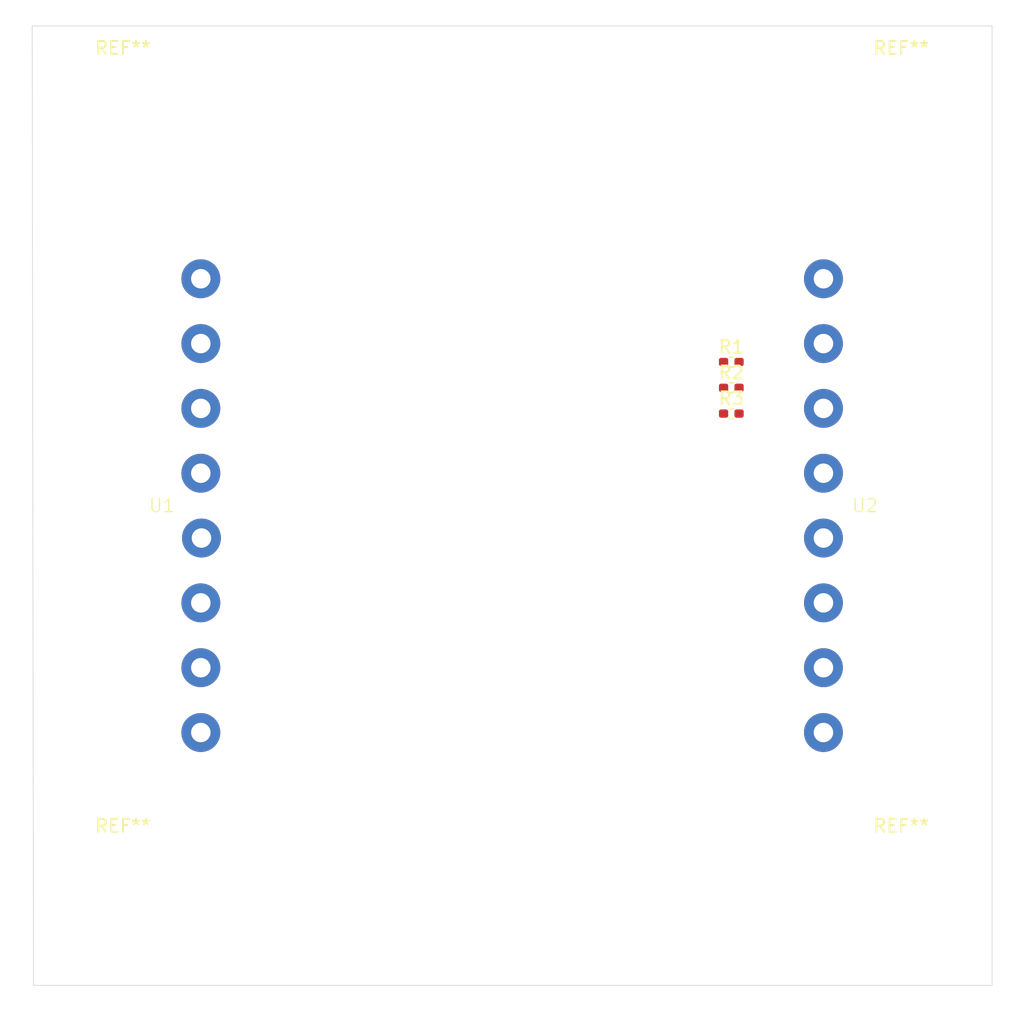
<source format=kicad_pcb>
(kicad_pcb (version 20240108) (generator "pcbnew") (generator_version "8.0")
  (layers (0 "F.Cu" signal) (31 "B.Cu" signal) (34 "B.Paste" user) (35 "F.Paste" user) (36 "B.SilkS" user "B.Silkscreen") (37 "F.SilkS" user "F.Silkscreen") (38 "B.Mask" user) (39 "F.Mask" user) (44 "Edge.Cuts" user))
  (net 0 "")
  (net 1 "Net-(R1-Pad2)")
  (net 2 "+3.3V")
  (net 3 "Net-(R2-Pad1)")
  (net 4 "Net-(R3-Pad2)")
  (footprint "Library:TOF_SEN19218" (layer "F.Cu") (at 94 60 -90)
    (property "Reference" "U2" (at 0 -3.2 0) (layer "F.SilkS") (effects (font (thickness 0.1))))
    (property "Value" "~" (hide yes))
    (pad "3.3" thru_hole circle (at -17.5 0 270) (size 3 3) (drill 1.5) (layers "*.Cu" "*.Mask"))
    (pad "EN" thru_hole circle (at -12.5 0 270) (size 3 3) (drill 1.5) (layers "*.Cu" "*.Mask"))
    (pad "GND" thru_hole circle (at 17.5 0 270) (size 3 3) (drill 1.5) (layers "*.Cu" "*.Mask"))
    (pad "GP0" thru_hole circle (at 7.5 0 270) (size 3 3) (drill 1.5) (layers "*.Cu" "*.Mask"))
    (pad "GP1" thru_hole circle (at 2.5 0 270) (size 3 3) (drill 1.5) (layers "*.Cu" "*.Mask"))
    (pad "INT" thru_hole circle (at 12.5 0 270) (size 3 3) (drill 1.5) (layers "*.Cu" "*.Mask"))
    (pad "SCL" thru_hole circle (at -2.5 0 270) (size 3 3) (drill 1.5) (layers "*.Cu" "*.Mask"))
    (pad "SDA" thru_hole circle (at -7.5 0 270) (size 3 3) (drill 1.5) (layers "*.Cu" "*.Mask"))
  )
  (footprint "Resistor_SMD:R_0402_1005Metric_Pad0.72x0.64mm_HandSolder" (layer "F.Cu") (at 86.8975 50.91)
    (property "Reference" "R2" (at 0 -1.17 0) (layer "F.SilkS"))
    (property "Value" "1K")
    (fp_line (start -0.167621 -0.38) (end 0.167621 -0.38) (stroke (width 0.12)) (layer "F.SilkS"))
    (fp_line (start -0.167621 0.38) (end 0.167621 0.38) (stroke (width 0.12)) (layer "F.SilkS"))
    (pad "1" smd roundrect (at -0.5975 0) (size 0.715 0.64) (layers "F.Cu" "F.Paste" "F.Mask") (net 3 "Net-(R2-Pad1)"))
    (pad "2" smd roundrect (at 0.5975 0) (size 0.715 0.64) (layers "F.Cu" "F.Paste" "F.Mask") (net 2 "+3.3V"))
  )
  (footprint "MountingHole:MountingHole_4.3mm_M4" (layer "F.Cu") (at 100 30)
    (property "Reference" "REF**" (at 0 -5.3 0) (layer "F.SilkS"))
    (property "Value" "MountingHole_4.3mm_M4")
    (pad "" np_thru_hole circle (at 0 0) (size 4.3 4.3) (drill 4.3) (layers "F&B.Cu" "*.Mask"))
  )
  (footprint "Library:ESP_32AudioKit" (layer "F.Cu") (at 46 60 -90)
    (property "Reference" "U1" (at 0 3 0) (layer "F.SilkS") (effects (font (thickness 0.1))))
    (property "Value" "~" (hide yes))
    (pad "3.3" thru_hole circle (at -17.5 0 270) (size 3 3) (drill 1.5) (layers "*.Cu" "*.Mask"))
    (pad "EN" thru_hole circle (at -12.5 0 270) (size 3 3) (drill 1.5) (layers "*.Cu" "*.Mask"))
    (pad "GND" thru_hole circle (at 17.5 0 270) (size 3 3) (drill 1.5) (layers "*.Cu" "*.Mask"))
    (pad "GP0" thru_hole circle (at 7.5 0 270) (size 3 3) (drill 1.5) (layers "*.Cu" "*.Mask"))
    (pad "GP1" thru_hole circle (at 2.5 -0.05 270) (size 3 3) (drill 1.5) (layers "*.Cu" "*.Mask"))
    (pad "INT" thru_hole circle (at 12.5 0 270) (size 3 3) (drill 1.5) (layers "*.Cu" "*.Mask"))
    (pad "SCL" thru_hole circle (at -2.5 0 270) (size 3 3) (drill 1.5) (layers "*.Cu" "*.Mask"))
    (pad "SDA" thru_hole circle (at -7.5 0 270) (size 3 3) (drill 1.5) (layers "*.Cu" "*.Mask"))
  )
  (footprint "Resistor_SMD:R_0402_1005Metric_Pad0.72x0.64mm_HandSolder" (layer "F.Cu") (at 86.8975 52.9)
    (property "Reference" "R3" (at 0 -1.17 0) (layer "F.SilkS"))
    (property "Value" "1K")
    (fp_line (start -0.167621 -0.38) (end 0.167621 -0.38) (stroke (width 0.12)) (layer "F.SilkS"))
    (fp_line (start -0.167621 0.38) (end 0.167621 0.38) (stroke (width 0.12)) (layer "F.SilkS"))
    (pad "1" smd roundrect (at -0.5975 0) (size 0.715 0.64) (layers "F.Cu" "F.Paste" "F.Mask") (net 2 "+3.3V"))
    (pad "2" smd roundrect (at 0.5975 0) (size 0.715 0.64) (layers "F.Cu" "F.Paste" "F.Mask") (net 4 "Net-(R3-Pad2)"))
  )
  (footprint "MountingHole:MountingHole_4.3mm_M4" (layer "F.Cu") (at 40 90)
    (property "Reference" "REF**" (at 0 -5.3 0) (layer "F.SilkS"))
    (property "Value" "MountingHole_4.3mm_M4")
    (pad "" np_thru_hole circle (at 0 0) (size 4.3 4.3) (drill 4.3) (layers "F&B.Cu" "*.Mask"))
  )
  (footprint "MountingHole:MountingHole_4.3mm_M4" (layer "F.Cu") (at 40 30)
    (property "Reference" "REF**" (at 0 -5.3 0) (layer "F.SilkS"))
    (property "Value" "MountingHole_4.3mm_M4")
    (pad "" np_thru_hole circle (at 0 0) (size 4.3 4.3) (drill 4.3) (layers "*.Cu" "*.Mask"))
  )
  (footprint "Resistor_SMD:R_0402_1005Metric_Pad0.72x0.64mm_HandSolder" (layer "F.Cu") (at 86.8975 48.92)
    (property "Reference" "R1" (at 0 -1.17 0) (layer "F.SilkS"))
    (property "Value" "1K")
    (fp_line (start -0.167621 -0.38) (end 0.167621 -0.38) (stroke (width 0.12)) (layer "F.SilkS"))
    (fp_line (start -0.167621 0.38) (end 0.167621 0.38) (stroke (width 0.12)) (layer "F.SilkS"))
    (pad "1" smd roundrect (at -0.5975 0) (size 0.715 0.64) (layers "F.Cu" "F.Paste" "F.Mask") (net 2 "+3.3V"))
    (pad "2" smd roundrect (at 0.5975 0) (size 0.715 0.64) (layers "F.Cu" "F.Paste" "F.Mask") (net 1 "Net-(R1-Pad2)"))
  )
  (footprint "MountingHole:MountingHole_4.3mm_M4" (layer "F.Cu") (at 100 90)
    (property "Reference" "REF**" (at 0 -5.3 0) (layer "F.SilkS"))
    (property "Value" "MountingHole_4.3mm_M4")
    (pad "" np_thru_hole circle (at 0 0) (size 4.3 4.3) (drill 4.3) (layers "F&B.Cu" "*.Mask"))
  )
  (gr_line (start 107 97) (end 33.1 97) (stroke (width 0.05)) (layer "Edge.Cuts"))
  (gr_line (start 107 23) (end 107 97) (stroke (width 0.05)) (layer "Edge.Cuts"))
  (gr_line (start 33 23) (end 107 23) (stroke (width 0.05)) (layer "Edge.Cuts"))
  (gr_line (start 33.1 97) (end 33 23) (stroke (width 0.05)) (layer "Edge.Cuts"))
  (segment (start 46 52.5) (end 46.97 51.53) (width 0.2) (layer "F.Cu") (net 0))
)
</source>
